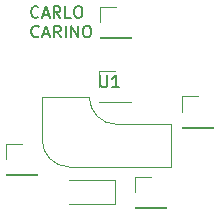
<source format=gbr>
%TF.GenerationSoftware,KiCad,Pcbnew,(5.1.10)-1*%
%TF.CreationDate,2022-02-15T17:38:39+08:00*%
%TF.ProjectId,single_switch_pcb,73696e67-6c65-45f7-9377-697463685f70,rev?*%
%TF.SameCoordinates,Original*%
%TF.FileFunction,Legend,Top*%
%TF.FilePolarity,Positive*%
%FSLAX46Y46*%
G04 Gerber Fmt 4.6, Leading zero omitted, Abs format (unit mm)*
G04 Created by KiCad (PCBNEW (5.1.10)-1) date 2022-02-15 17:38:39*
%MOMM*%
%LPD*%
G01*
G04 APERTURE LIST*
%ADD10C,0.150000*%
%ADD11C,0.120000*%
G04 APERTURE END LIST*
D10*
X182271428Y-95332142D02*
X182223809Y-95379761D01*
X182080952Y-95427380D01*
X181985714Y-95427380D01*
X181842857Y-95379761D01*
X181747619Y-95284523D01*
X181700000Y-95189285D01*
X181652380Y-94998809D01*
X181652380Y-94855952D01*
X181700000Y-94665476D01*
X181747619Y-94570238D01*
X181842857Y-94475000D01*
X181985714Y-94427380D01*
X182080952Y-94427380D01*
X182223809Y-94475000D01*
X182271428Y-94522619D01*
X182652380Y-95141666D02*
X183128571Y-95141666D01*
X182557142Y-95427380D02*
X182890476Y-94427380D01*
X183223809Y-95427380D01*
X184128571Y-95427380D02*
X183795238Y-94951190D01*
X183557142Y-95427380D02*
X183557142Y-94427380D01*
X183938095Y-94427380D01*
X184033333Y-94475000D01*
X184080952Y-94522619D01*
X184128571Y-94617857D01*
X184128571Y-94760714D01*
X184080952Y-94855952D01*
X184033333Y-94903571D01*
X183938095Y-94951190D01*
X183557142Y-94951190D01*
X185033333Y-95427380D02*
X184557142Y-95427380D01*
X184557142Y-94427380D01*
X185557142Y-94427380D02*
X185747619Y-94427380D01*
X185842857Y-94475000D01*
X185938095Y-94570238D01*
X185985714Y-94760714D01*
X185985714Y-95094047D01*
X185938095Y-95284523D01*
X185842857Y-95379761D01*
X185747619Y-95427380D01*
X185557142Y-95427380D01*
X185461904Y-95379761D01*
X185366666Y-95284523D01*
X185319047Y-95094047D01*
X185319047Y-94760714D01*
X185366666Y-94570238D01*
X185461904Y-94475000D01*
X185557142Y-94427380D01*
X182295238Y-96982142D02*
X182247619Y-97029761D01*
X182104761Y-97077380D01*
X182009523Y-97077380D01*
X181866666Y-97029761D01*
X181771428Y-96934523D01*
X181723809Y-96839285D01*
X181676190Y-96648809D01*
X181676190Y-96505952D01*
X181723809Y-96315476D01*
X181771428Y-96220238D01*
X181866666Y-96125000D01*
X182009523Y-96077380D01*
X182104761Y-96077380D01*
X182247619Y-96125000D01*
X182295238Y-96172619D01*
X182676190Y-96791666D02*
X183152380Y-96791666D01*
X182580952Y-97077380D02*
X182914285Y-96077380D01*
X183247619Y-97077380D01*
X184152380Y-97077380D02*
X183819047Y-96601190D01*
X183580952Y-97077380D02*
X183580952Y-96077380D01*
X183961904Y-96077380D01*
X184057142Y-96125000D01*
X184104761Y-96172619D01*
X184152380Y-96267857D01*
X184152380Y-96410714D01*
X184104761Y-96505952D01*
X184057142Y-96553571D01*
X183961904Y-96601190D01*
X183580952Y-96601190D01*
X184580952Y-97077380D02*
X184580952Y-96077380D01*
X185057142Y-97077380D02*
X185057142Y-96077380D01*
X185628571Y-97077380D01*
X185628571Y-96077380D01*
X186295238Y-96077380D02*
X186485714Y-96077380D01*
X186580952Y-96125000D01*
X186676190Y-96220238D01*
X186723809Y-96410714D01*
X186723809Y-96744047D01*
X186676190Y-96934523D01*
X186580952Y-97029761D01*
X186485714Y-97077380D01*
X186295238Y-97077380D01*
X186200000Y-97029761D01*
X186104761Y-96934523D01*
X186057142Y-96744047D01*
X186057142Y-96410714D01*
X186104761Y-96220238D01*
X186200000Y-96125000D01*
X186295238Y-96077380D01*
D11*
%TO.C,J2*%
X187470000Y-94470000D02*
X188800000Y-94470000D01*
X187470000Y-95800000D02*
X187470000Y-94470000D01*
X187470000Y-97070000D02*
X190130000Y-97070000D01*
X190130000Y-97070000D02*
X190130000Y-97130000D01*
X187470000Y-97070000D02*
X187470000Y-97130000D01*
X187470000Y-97130000D02*
X190130000Y-97130000D01*
%TO.C,J3*%
X190440000Y-108870000D02*
X191770000Y-108870000D01*
X190440000Y-110200000D02*
X190440000Y-108870000D01*
X190440000Y-111470000D02*
X193100000Y-111470000D01*
X193100000Y-111470000D02*
X193100000Y-111530000D01*
X190440000Y-111470000D02*
X190440000Y-111530000D01*
X190440000Y-111530000D02*
X193100000Y-111530000D01*
%TO.C,REF\u002A\u002A*%
X187410000Y-102580000D02*
X190070000Y-102580000D01*
X187410000Y-102520000D02*
X187410000Y-102580000D01*
X190070000Y-102520000D02*
X190070000Y-102580000D01*
X187410000Y-102520000D02*
X190070000Y-102520000D01*
X187410000Y-101250000D02*
X187410000Y-99920000D01*
X187410000Y-99920000D02*
X188740000Y-99920000D01*
%TO.C,J4*%
X194420000Y-102070000D02*
X195750000Y-102070000D01*
X194420000Y-103400000D02*
X194420000Y-102070000D01*
X194420000Y-104670000D02*
X197080000Y-104670000D01*
X197080000Y-104670000D02*
X197080000Y-104730000D01*
X194420000Y-104670000D02*
X194420000Y-104730000D01*
X194420000Y-104730000D02*
X197080000Y-104730000D01*
%TO.C,J1*%
X179520000Y-106070000D02*
X180850000Y-106070000D01*
X179520000Y-107400000D02*
X179520000Y-106070000D01*
X179520000Y-108670000D02*
X182180000Y-108670000D01*
X182180000Y-108670000D02*
X182180000Y-108730000D01*
X179520000Y-108670000D02*
X179520000Y-108730000D01*
X179520000Y-108730000D02*
X182180000Y-108730000D01*
%TO.C,D1*%
X188750000Y-111140000D02*
X188750000Y-109140000D01*
X188750000Y-109140000D02*
X184850000Y-109140000D01*
X188750000Y-111140000D02*
X184850000Y-111140000D01*
%TO.C,U1*%
X182580000Y-102140000D02*
X186580000Y-102140000D01*
X193480000Y-104430000D02*
X188880000Y-104430000D01*
X182580000Y-105730000D02*
X182580000Y-102140000D01*
X193480000Y-108030000D02*
X193480000Y-104430000D01*
X184880000Y-108030000D02*
X193480000Y-108030000D01*
X188880000Y-104430000D02*
G75*
G02*
X186580000Y-102130000I0J2300000D01*
G01*
X184880000Y-108030000D02*
G75*
G02*
X182580000Y-105730000I0J2300000D01*
G01*
D10*
X187518095Y-100282380D02*
X187518095Y-101091904D01*
X187565714Y-101187142D01*
X187613333Y-101234761D01*
X187708571Y-101282380D01*
X187899047Y-101282380D01*
X187994285Y-101234761D01*
X188041904Y-101187142D01*
X188089523Y-101091904D01*
X188089523Y-100282380D01*
X189089523Y-101282380D02*
X188518095Y-101282380D01*
X188803809Y-101282380D02*
X188803809Y-100282380D01*
X188708571Y-100425238D01*
X188613333Y-100520476D01*
X188518095Y-100568095D01*
%TD*%
M02*

</source>
